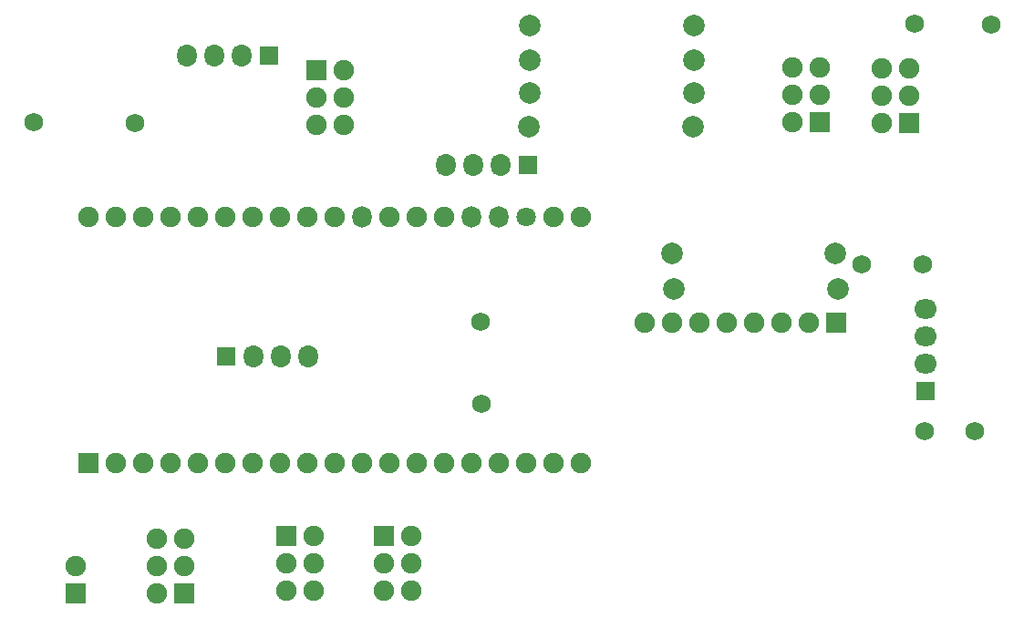
<source format=gts>
G04*
G04 #@! TF.GenerationSoftware,Altium Limited,Altium Designer,23.7.1 (13)*
G04*
G04 Layer_Color=8388736*
%FSLAX44Y44*%
%MOMM*%
G71*
G04*
G04 #@! TF.SameCoordinates,6A6514B3-BAE0-4B46-B0EA-18BC37126D95*
G04*
G04*
G04 #@! TF.FilePolarity,Negative*
G04*
G01*
G75*
%ADD13C,1.7272*%
%ADD14C,1.9032*%
%ADD15R,1.9032X1.9032*%
%ADD16C,2.0032*%
%ADD17R,1.8082X1.8082*%
%ADD18O,1.8032X2.1032*%
%ADD19R,1.9032X1.9032*%
%ADD20O,1.8032X2.0032*%
%ADD21C,1.8032*%
%ADD22O,2.1032X1.8032*%
%ADD23R,1.8082X1.8082*%
D13*
X871000Y348500D02*
D03*
X814250D02*
D03*
X934250Y571250D02*
D03*
X863250Y571750D02*
D03*
X919712Y193264D02*
D03*
X872750Y193000D02*
D03*
X45500Y480250D02*
D03*
X139250Y479500D02*
D03*
X460250Y294500D02*
D03*
X461000Y218500D02*
D03*
D14*
X858500Y505100D02*
D03*
X833100Y530500D02*
D03*
Y479700D02*
D03*
X858500Y530500D02*
D03*
X833100Y505100D02*
D03*
X122050Y163650D02*
D03*
X147450D02*
D03*
X172850D02*
D03*
X198250D02*
D03*
X223650D02*
D03*
X249050D02*
D03*
X274450D02*
D03*
X299850D02*
D03*
X325250D02*
D03*
X350650D02*
D03*
X376050D02*
D03*
X401450D02*
D03*
X426850D02*
D03*
X452250D02*
D03*
X477650D02*
D03*
X503050D02*
D03*
X528450D02*
D03*
X553850D02*
D03*
X96650Y392250D02*
D03*
X122050D02*
D03*
X147450D02*
D03*
X172850D02*
D03*
X198250D02*
D03*
X223650D02*
D03*
X249050D02*
D03*
X274450D02*
D03*
X299850D02*
D03*
X325250D02*
D03*
X376050D02*
D03*
X401450D02*
D03*
X426850D02*
D03*
X528450D02*
D03*
X553850D02*
D03*
X750250Y505250D02*
D03*
X775650Y530650D02*
D03*
X750250Y479850D02*
D03*
Y530650D02*
D03*
X775650Y505250D02*
D03*
X396000Y70500D02*
D03*
X370600Y45100D02*
D03*
X396000Y95900D02*
D03*
Y45100D02*
D03*
X370600Y70500D02*
D03*
X305150Y70450D02*
D03*
X279750Y45050D02*
D03*
X305150Y95850D02*
D03*
Y45050D02*
D03*
X279750Y70450D02*
D03*
X84500Y68250D02*
D03*
X159500D02*
D03*
X184900Y93650D02*
D03*
X159500Y42850D02*
D03*
Y93650D02*
D03*
X184900Y68250D02*
D03*
X308350Y503400D02*
D03*
X333750Y478000D02*
D03*
Y528800D02*
D03*
X308350Y478000D02*
D03*
X333750Y503400D02*
D03*
X612750Y293750D02*
D03*
X638150D02*
D03*
X663550D02*
D03*
X688950D02*
D03*
X714350D02*
D03*
X739750D02*
D03*
X765150D02*
D03*
D15*
X858500Y479700D02*
D03*
X775650Y479850D02*
D03*
X370600Y95900D02*
D03*
X279750Y95850D02*
D03*
X84500Y42850D02*
D03*
X184900D02*
D03*
X308350Y528800D02*
D03*
D16*
X789883Y358076D02*
D03*
X637883D02*
D03*
X792000Y325250D02*
D03*
X640000D02*
D03*
X658250Y537500D02*
D03*
X506250D02*
D03*
Y507000D02*
D03*
X658250D02*
D03*
X657575Y476325D02*
D03*
X505575D02*
D03*
X506250Y570250D02*
D03*
X658250D02*
D03*
D17*
X264150Y542000D02*
D03*
X224150Y262500D02*
D03*
X504100Y440249D02*
D03*
D18*
X238750Y542000D02*
D03*
X213350D02*
D03*
X187950D02*
D03*
X249550Y262500D02*
D03*
X274950D02*
D03*
X300350D02*
D03*
X478700Y440249D02*
D03*
X453300D02*
D03*
X427900D02*
D03*
D19*
X96650Y163650D02*
D03*
X790550Y293750D02*
D03*
D20*
X350650Y392250D02*
D03*
X452250D02*
D03*
X477650D02*
D03*
D21*
X503050D02*
D03*
D22*
X873499Y306850D02*
D03*
Y281450D02*
D03*
Y256050D02*
D03*
D23*
Y230650D02*
D03*
M02*

</source>
